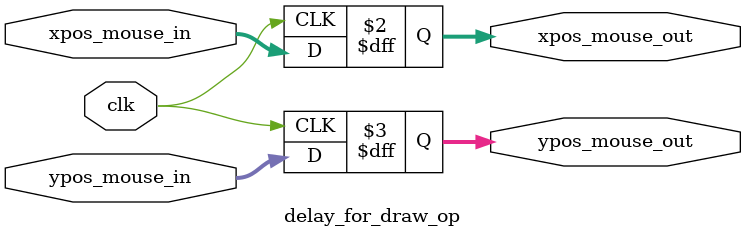
<source format=v>
`timescale 1ns / 1ps
/*
Authors:
Orze³ £ukasz
wiebocki Jakub
*/

module delay_for_draw_op(
    input wire clk,
    input wire [11:0] xpos_mouse_in,
    input wire [11:0] ypos_mouse_in,
    
    output reg [11:0] xpos_mouse_out,
    output reg [11:0] ypos_mouse_out
);

//Sequential data execute
//****************************************************************************************************************//      
always @(posedge clk) begin
    xpos_mouse_out <= xpos_mouse_in;
    ypos_mouse_out <= ypos_mouse_in;
end

endmodule

</source>
